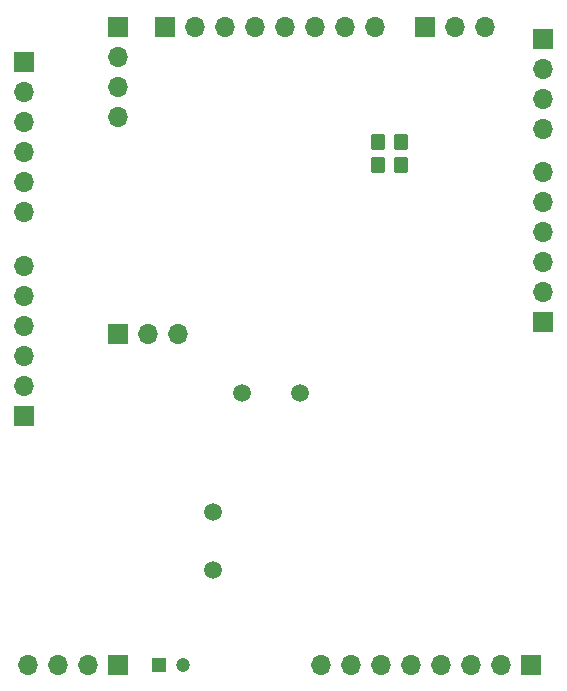
<source format=gbs>
G04 #@! TF.GenerationSoftware,KiCad,Pcbnew,8.0.5*
G04 #@! TF.CreationDate,2024-11-24T11:45:07+01:00*
G04 #@! TF.ProjectId,wolkje-brain,776f6c6b-6a65-42d6-9272-61696e2e6b69,rev?*
G04 #@! TF.SameCoordinates,Original*
G04 #@! TF.FileFunction,Soldermask,Bot*
G04 #@! TF.FilePolarity,Negative*
%FSLAX46Y46*%
G04 Gerber Fmt 4.6, Leading zero omitted, Abs format (unit mm)*
G04 Created by KiCad (PCBNEW 8.0.5) date 2024-11-24 11:45:07*
%MOMM*%
%LPD*%
G01*
G04 APERTURE LIST*
G04 Aperture macros list*
%AMRoundRect*
0 Rectangle with rounded corners*
0 $1 Rounding radius*
0 $2 $3 $4 $5 $6 $7 $8 $9 X,Y pos of 4 corners*
0 Add a 4 corners polygon primitive as box body*
4,1,4,$2,$3,$4,$5,$6,$7,$8,$9,$2,$3,0*
0 Add four circle primitives for the rounded corners*
1,1,$1+$1,$2,$3*
1,1,$1+$1,$4,$5*
1,1,$1+$1,$6,$7*
1,1,$1+$1,$8,$9*
0 Add four rect primitives between the rounded corners*
20,1,$1+$1,$2,$3,$4,$5,0*
20,1,$1+$1,$4,$5,$6,$7,0*
20,1,$1+$1,$6,$7,$8,$9,0*
20,1,$1+$1,$8,$9,$2,$3,0*%
G04 Aperture macros list end*
%ADD10R,1.700000X1.700000*%
%ADD11O,1.700000X1.700000*%
%ADD12R,1.200000X1.200000*%
%ADD13C,1.200000*%
%ADD14C,1.500000*%
%ADD15RoundRect,0.250000X-0.350000X-0.450000X0.350000X-0.450000X0.350000X0.450000X-0.350000X0.450000X0*%
%ADD16RoundRect,0.250000X0.350000X0.450000X-0.350000X0.450000X-0.350000X-0.450000X0.350000X-0.450000X0*%
G04 APERTURE END LIST*
D10*
X87000000Y-53000000D03*
D11*
X89540000Y-53000000D03*
X92080000Y-53000000D03*
D12*
X64500000Y-107000000D03*
D13*
X66500000Y-107000000D03*
D14*
X71500000Y-84000000D03*
X76380000Y-84000000D03*
D10*
X61000000Y-79000000D03*
D11*
X63540000Y-79000000D03*
X66080000Y-79000000D03*
D10*
X61000000Y-53000000D03*
D11*
X61000000Y-55540000D03*
X61000000Y-58080000D03*
X61000000Y-60620000D03*
D14*
X69000000Y-99000000D03*
X69000000Y-94120000D03*
D10*
X53000000Y-56000000D03*
D11*
X53000000Y-58540000D03*
X53000000Y-61080000D03*
X53000000Y-63620000D03*
X53000000Y-66160000D03*
X53000000Y-68700000D03*
D15*
X83000000Y-64750000D03*
X85000000Y-64750000D03*
D10*
X97000000Y-54000000D03*
D11*
X97000000Y-56540000D03*
X97000000Y-59080000D03*
X97000000Y-61620000D03*
D10*
X53000000Y-86000000D03*
D11*
X53000000Y-83460000D03*
X53000000Y-80920000D03*
X53000000Y-78380000D03*
X53000000Y-75840000D03*
X53000000Y-73300000D03*
D10*
X61000000Y-107000000D03*
D11*
X58460000Y-107000000D03*
X55920000Y-107000000D03*
X53380000Y-107000000D03*
D10*
X97000000Y-78000000D03*
D11*
X97000000Y-75460000D03*
X97000000Y-72920000D03*
X97000000Y-70380000D03*
X97000000Y-67840000D03*
X97000000Y-65300000D03*
D10*
X96000000Y-107000000D03*
D11*
X93460000Y-107000000D03*
X90920000Y-107000000D03*
X88380000Y-107000000D03*
X85840000Y-107000000D03*
X83300000Y-107000000D03*
X80760000Y-107000000D03*
X78220000Y-107000000D03*
D16*
X85000000Y-62750000D03*
X83000000Y-62750000D03*
D10*
X65000000Y-53000000D03*
D11*
X67540000Y-53000000D03*
X70080000Y-53000000D03*
X72620000Y-53000000D03*
X75160000Y-53000000D03*
X77700000Y-53000000D03*
X80240000Y-53000000D03*
X82780000Y-53000000D03*
M02*

</source>
